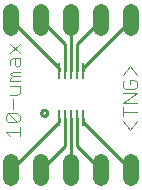
<source format=gtl>
G75*
G70*
%OFA0B0*%
%FSLAX24Y24*%
%IPPOS*%
%LPD*%
%AMOC8*
5,1,8,0,0,1.08239X$1,22.5*
%
%ADD10C,0.0100*%
%ADD11C,0.0040*%
%ADD12R,0.0110X0.0551*%
%ADD13C,0.0520*%
D10*
X001276Y001427D02*
X002882Y003034D01*
X002882Y003140D01*
X003079Y003140D02*
X003079Y002230D01*
X002276Y001427D01*
X003276Y001427D02*
X003276Y003140D01*
X003473Y003140D02*
X003473Y002230D01*
X004276Y001427D01*
X005276Y001427D02*
X003670Y003034D01*
X003670Y003140D01*
X002276Y003327D02*
X002278Y003347D01*
X002284Y003365D01*
X002293Y003383D01*
X002305Y003398D01*
X002320Y003410D01*
X002338Y003419D01*
X002356Y003425D01*
X002376Y003427D01*
X002396Y003425D01*
X002414Y003419D01*
X002432Y003410D01*
X002447Y003398D01*
X002459Y003383D01*
X002468Y003365D01*
X002474Y003347D01*
X002476Y003327D01*
X002474Y003307D01*
X002468Y003289D01*
X002459Y003271D01*
X002447Y003256D01*
X002432Y003244D01*
X002414Y003235D01*
X002396Y003229D01*
X002376Y003227D01*
X002356Y003229D01*
X002338Y003235D01*
X002320Y003244D01*
X002305Y003256D01*
X002293Y003271D01*
X002284Y003289D01*
X002278Y003307D01*
X002276Y003327D01*
X002882Y004715D02*
X002882Y004821D01*
X001276Y006427D01*
X002276Y006427D02*
X003079Y005624D01*
X003079Y004715D01*
X003276Y004715D02*
X003276Y006427D01*
X003473Y005624D02*
X004276Y006427D01*
X003473Y005624D02*
X003473Y004715D01*
X003670Y004715D02*
X003670Y004821D01*
X005276Y006427D01*
D11*
X005226Y004896D02*
X005456Y004589D01*
X005379Y004435D02*
X005226Y004435D01*
X005226Y004282D01*
X005072Y004435D02*
X004996Y004358D01*
X004996Y004205D01*
X005072Y004128D01*
X005379Y004128D01*
X005456Y004205D01*
X005456Y004358D01*
X005379Y004435D01*
X004996Y004589D02*
X005226Y004896D01*
X005456Y003975D02*
X004996Y003975D01*
X004996Y003668D02*
X005456Y003975D01*
X005456Y003668D02*
X004996Y003668D01*
X004996Y003514D02*
X004996Y003208D01*
X004996Y003361D02*
X005456Y003361D01*
X005456Y003054D02*
X005226Y002747D01*
X004996Y003054D01*
X001556Y003084D02*
X001479Y003008D01*
X001172Y003314D01*
X001479Y003314D01*
X001556Y003238D01*
X001556Y003084D01*
X001479Y003008D02*
X001172Y003008D01*
X001096Y003084D01*
X001096Y003238D01*
X001172Y003314D01*
X001326Y003468D02*
X001326Y003775D01*
X001249Y003928D02*
X001479Y003928D01*
X001556Y004005D01*
X001556Y004235D01*
X001249Y004235D01*
X001249Y004389D02*
X001249Y004465D01*
X001326Y004542D01*
X001249Y004619D01*
X001326Y004696D01*
X001556Y004696D01*
X001556Y004542D02*
X001326Y004542D01*
X001249Y004389D02*
X001556Y004389D01*
X001479Y004849D02*
X001403Y004926D01*
X001403Y005156D01*
X001326Y005156D02*
X001556Y005156D01*
X001556Y004926D01*
X001479Y004849D01*
X001249Y004926D02*
X001249Y005079D01*
X001326Y005156D01*
X001249Y005309D02*
X001556Y005616D01*
X001556Y005309D02*
X001249Y005616D01*
X001556Y002854D02*
X001556Y002547D01*
X001556Y002701D02*
X001096Y002701D01*
X001249Y002547D01*
D12*
X002882Y003140D03*
X003079Y003140D03*
X003276Y003140D03*
X003473Y003140D03*
X003670Y003140D03*
X003670Y004715D03*
X003473Y004715D03*
X003276Y004715D03*
X003079Y004715D03*
X002882Y004715D03*
D13*
X001276Y001687D02*
X001276Y001167D01*
X002276Y001167D02*
X002276Y001687D01*
X003276Y001687D02*
X003276Y001167D01*
X004276Y001167D02*
X004276Y001687D01*
X005276Y001687D02*
X005276Y001167D01*
X005276Y006167D02*
X005276Y006687D01*
X004276Y006687D02*
X004276Y006167D01*
X003276Y006167D02*
X003276Y006687D01*
X002276Y006687D02*
X002276Y006167D01*
X001276Y006167D02*
X001276Y006687D01*
M02*

</source>
